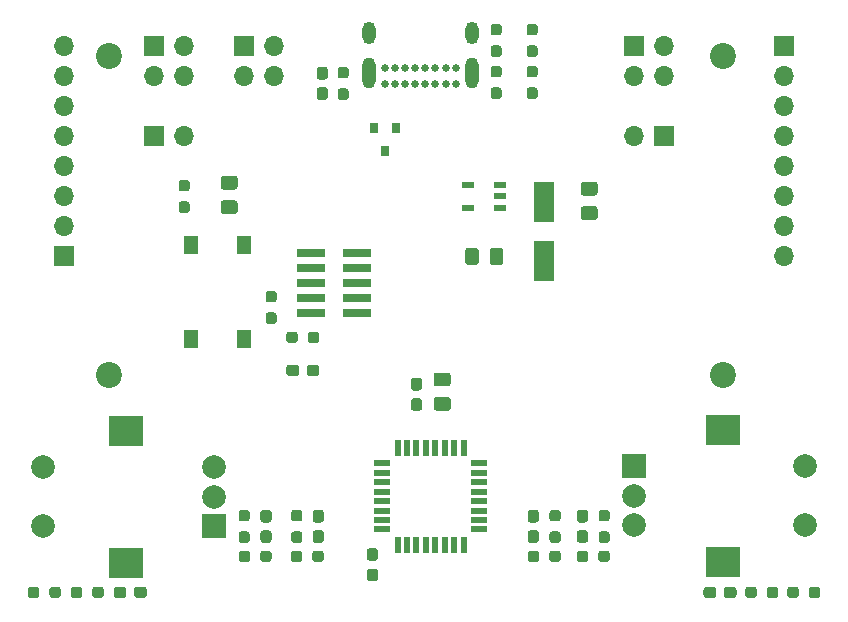
<source format=gts>
%TF.GenerationSoftware,KiCad,Pcbnew,5.1.12-84ad8e8a86~92~ubuntu21.04.1*%
%TF.CreationDate,2021-11-23T21:41:36+01:00*%
%TF.ProjectId,main,6d61696e-2e6b-4696-9361-645f70636258,rev?*%
%TF.SameCoordinates,Original*%
%TF.FileFunction,Soldermask,Top*%
%TF.FilePolarity,Negative*%
%FSLAX46Y46*%
G04 Gerber Fmt 4.6, Leading zero omitted, Abs format (unit mm)*
G04 Created by KiCad (PCBNEW 5.1.12-84ad8e8a86~92~ubuntu21.04.1) date 2021-11-23 21:41:36*
%MOMM*%
%LPD*%
G01*
G04 APERTURE LIST*
%ADD10C,2.200000*%
%ADD11R,2.400000X0.740000*%
%ADD12O,1.117600X2.616200*%
%ADD13O,1.117600X1.905000*%
%ADD14C,0.660400*%
%ADD15C,2.000000*%
%ADD16R,3.000000X2.500000*%
%ADD17R,2.000000X2.000000*%
%ADD18R,1.000001X0.599999*%
%ADD19O,1.700000X1.700000*%
%ADD20R,1.700000X1.700000*%
%ADD21R,0.508000X1.473200*%
%ADD22R,1.473200X0.508000*%
%ADD23R,1.300000X1.550000*%
%ADD24R,1.800000X3.500000*%
%ADD25R,0.800000X0.900000*%
G04 APERTURE END LIST*
D10*
%TO.C,REF\u002A\u002A*%
X147250000Y-149750000D03*
%TD*%
%TO.C,REF\u002A\u002A*%
X95250000Y-149750000D03*
%TD*%
%TO.C,REF\u002A\u002A*%
X95250000Y-122750000D03*
%TD*%
%TO.C,REF\u002A\u002A*%
X147250000Y-122750000D03*
%TD*%
D11*
%TO.C,J2*%
X112350000Y-139446000D03*
X116250000Y-139446000D03*
X112350000Y-140716000D03*
X116250000Y-140716000D03*
X112350000Y-141986000D03*
X116250000Y-141986000D03*
X112350000Y-143256000D03*
X116250000Y-143256000D03*
X112350000Y-144526000D03*
X116250000Y-144526000D03*
%TD*%
D12*
%TO.C,J4*%
X117276971Y-124140000D03*
X125926956Y-124139999D03*
D13*
X117276971Y-120755000D03*
X125926941Y-120755000D03*
D14*
X118626955Y-123770000D03*
X119476956Y-123770000D03*
X120326954Y-123770000D03*
X121176955Y-123770000D03*
X122026956Y-123770000D03*
X122876957Y-123770000D03*
X123726955Y-123770000D03*
X124576956Y-123770000D03*
X118626955Y-125120000D03*
X119476956Y-125120000D03*
X120326954Y-125120000D03*
X121176955Y-125120000D03*
X122026956Y-125120000D03*
X122876957Y-125120000D03*
X123726955Y-125120000D03*
X124576956Y-125120000D03*
%TD*%
D15*
%TO.C,SW3*%
X154200000Y-162480000D03*
X154200000Y-157480000D03*
D16*
X147200000Y-165580000D03*
X147200000Y-154380000D03*
D15*
X139700000Y-162480000D03*
X139700000Y-159980000D03*
D17*
X139700000Y-157480000D03*
%TD*%
%TO.C,R15*%
G36*
G01*
X133237500Y-162135000D02*
X132762500Y-162135000D01*
G75*
G02*
X132525000Y-161897500I0J237500D01*
G01*
X132525000Y-161397500D01*
G75*
G02*
X132762500Y-161160000I237500J0D01*
G01*
X133237500Y-161160000D01*
G75*
G02*
X133475000Y-161397500I0J-237500D01*
G01*
X133475000Y-161897500D01*
G75*
G02*
X133237500Y-162135000I-237500J0D01*
G01*
G37*
G36*
G01*
X133237500Y-163960000D02*
X132762500Y-163960000D01*
G75*
G02*
X132525000Y-163722500I0J237500D01*
G01*
X132525000Y-163222500D01*
G75*
G02*
X132762500Y-162985000I237500J0D01*
G01*
X133237500Y-162985000D01*
G75*
G02*
X133475000Y-163222500I0J-237500D01*
G01*
X133475000Y-163722500D01*
G75*
G02*
X133237500Y-163960000I-237500J0D01*
G01*
G37*
%TD*%
%TO.C,R14*%
G36*
G01*
X137397500Y-162135000D02*
X136922500Y-162135000D01*
G75*
G02*
X136685000Y-161897500I0J237500D01*
G01*
X136685000Y-161397500D01*
G75*
G02*
X136922500Y-161160000I237500J0D01*
G01*
X137397500Y-161160000D01*
G75*
G02*
X137635000Y-161397500I0J-237500D01*
G01*
X137635000Y-161897500D01*
G75*
G02*
X137397500Y-162135000I-237500J0D01*
G01*
G37*
G36*
G01*
X137397500Y-163960000D02*
X136922500Y-163960000D01*
G75*
G02*
X136685000Y-163722500I0J237500D01*
G01*
X136685000Y-163222500D01*
G75*
G02*
X136922500Y-162985000I237500J0D01*
G01*
X137397500Y-162985000D01*
G75*
G02*
X137635000Y-163222500I0J-237500D01*
G01*
X137635000Y-163722500D01*
G75*
G02*
X137397500Y-163960000I-237500J0D01*
G01*
G37*
%TD*%
D18*
%TO.C,U2*%
X125625001Y-135570001D03*
X125625001Y-133670002D03*
X128375001Y-133670002D03*
X128375001Y-134620000D03*
X128375001Y-135570001D03*
%TD*%
D19*
%TO.C,JP2*%
X101600000Y-129540000D03*
D20*
X99060000Y-129540000D03*
%TD*%
D19*
%TO.C,JP1*%
X139700000Y-129540000D03*
D20*
X142240000Y-129540000D03*
%TD*%
D21*
%TO.C,U1*%
X119668451Y-155901001D03*
X120468451Y-155901001D03*
X121268450Y-155901001D03*
X122068451Y-155901001D03*
X122868449Y-155901001D03*
X123668450Y-155901001D03*
X124468451Y-155901001D03*
X125268449Y-155901001D03*
D22*
X126587449Y-157220001D03*
X126587449Y-158020001D03*
X126587449Y-158820000D03*
X126587449Y-159620001D03*
X126587449Y-160419999D03*
X126587449Y-161220000D03*
X126587449Y-162020001D03*
X126587449Y-162819999D03*
D21*
X125268449Y-164138999D03*
X124468449Y-164138999D03*
X123668450Y-164138999D03*
X122868449Y-164138999D03*
X122068451Y-164138999D03*
X121268450Y-164138999D03*
X120468449Y-164138999D03*
X119668451Y-164138999D03*
D22*
X118349451Y-162819999D03*
X118349451Y-162019999D03*
X118349451Y-161220000D03*
X118349451Y-160419999D03*
X118349451Y-159620001D03*
X118349451Y-158820000D03*
X118349451Y-158019999D03*
X118349451Y-157220001D03*
%TD*%
D15*
%TO.C,SW2*%
X89640000Y-157560000D03*
X89640000Y-162560000D03*
D16*
X96640000Y-154460000D03*
X96640000Y-165660000D03*
D15*
X104140000Y-157560000D03*
X104140000Y-160060000D03*
D17*
X104140000Y-162560000D03*
%TD*%
D23*
%TO.C,SW1*%
X102144000Y-146723000D03*
X106644000Y-146723000D03*
X106644000Y-138773000D03*
X102144000Y-138773000D03*
%TD*%
%TO.C,R19*%
G36*
G01*
X154475000Y-168385500D02*
X154475000Y-167910500D01*
G75*
G02*
X154712500Y-167673000I237500J0D01*
G01*
X155212500Y-167673000D01*
G75*
G02*
X155450000Y-167910500I0J-237500D01*
G01*
X155450000Y-168385500D01*
G75*
G02*
X155212500Y-168623000I-237500J0D01*
G01*
X154712500Y-168623000D01*
G75*
G02*
X154475000Y-168385500I0J237500D01*
G01*
G37*
G36*
G01*
X152650000Y-168385500D02*
X152650000Y-167910500D01*
G75*
G02*
X152887500Y-167673000I237500J0D01*
G01*
X153387500Y-167673000D01*
G75*
G02*
X153625000Y-167910500I0J-237500D01*
G01*
X153625000Y-168385500D01*
G75*
G02*
X153387500Y-168623000I-237500J0D01*
G01*
X152887500Y-168623000D01*
G75*
G02*
X152650000Y-168385500I0J237500D01*
G01*
G37*
%TD*%
%TO.C,R18*%
G36*
G01*
X150082750Y-167910500D02*
X150082750Y-168385500D01*
G75*
G02*
X149845250Y-168623000I-237500J0D01*
G01*
X149345250Y-168623000D01*
G75*
G02*
X149107750Y-168385500I0J237500D01*
G01*
X149107750Y-167910500D01*
G75*
G02*
X149345250Y-167673000I237500J0D01*
G01*
X149845250Y-167673000D01*
G75*
G02*
X150082750Y-167910500I0J-237500D01*
G01*
G37*
G36*
G01*
X151907750Y-167910500D02*
X151907750Y-168385500D01*
G75*
G02*
X151670250Y-168623000I-237500J0D01*
G01*
X151170250Y-168623000D01*
G75*
G02*
X150932750Y-168385500I0J237500D01*
G01*
X150932750Y-167910500D01*
G75*
G02*
X151170250Y-167673000I237500J0D01*
G01*
X151670250Y-167673000D01*
G75*
G02*
X151907750Y-167910500I0J-237500D01*
G01*
G37*
%TD*%
%TO.C,R17*%
G36*
G01*
X132505000Y-165337500D02*
X132505000Y-164862500D01*
G75*
G02*
X132742500Y-164625000I237500J0D01*
G01*
X133242500Y-164625000D01*
G75*
G02*
X133480000Y-164862500I0J-237500D01*
G01*
X133480000Y-165337500D01*
G75*
G02*
X133242500Y-165575000I-237500J0D01*
G01*
X132742500Y-165575000D01*
G75*
G02*
X132505000Y-165337500I0J237500D01*
G01*
G37*
G36*
G01*
X130680000Y-165337500D02*
X130680000Y-164862500D01*
G75*
G02*
X130917500Y-164625000I237500J0D01*
G01*
X131417500Y-164625000D01*
G75*
G02*
X131655000Y-164862500I0J-237500D01*
G01*
X131655000Y-165337500D01*
G75*
G02*
X131417500Y-165575000I-237500J0D01*
G01*
X130917500Y-165575000D01*
G75*
G02*
X130680000Y-165337500I0J237500D01*
G01*
G37*
%TD*%
%TO.C,R16*%
G36*
G01*
X136665000Y-165337500D02*
X136665000Y-164862500D01*
G75*
G02*
X136902500Y-164625000I237500J0D01*
G01*
X137402500Y-164625000D01*
G75*
G02*
X137640000Y-164862500I0J-237500D01*
G01*
X137640000Y-165337500D01*
G75*
G02*
X137402500Y-165575000I-237500J0D01*
G01*
X136902500Y-165575000D01*
G75*
G02*
X136665000Y-165337500I0J237500D01*
G01*
G37*
G36*
G01*
X134840000Y-165337500D02*
X134840000Y-164862500D01*
G75*
G02*
X135077500Y-164625000I237500J0D01*
G01*
X135577500Y-164625000D01*
G75*
G02*
X135815000Y-164862500I0J-237500D01*
G01*
X135815000Y-165337500D01*
G75*
G02*
X135577500Y-165575000I-237500J0D01*
G01*
X135077500Y-165575000D01*
G75*
G02*
X134840000Y-165337500I0J237500D01*
G01*
G37*
%TD*%
%TO.C,R13*%
G36*
G01*
X89340500Y-167910500D02*
X89340500Y-168385500D01*
G75*
G02*
X89103000Y-168623000I-237500J0D01*
G01*
X88603000Y-168623000D01*
G75*
G02*
X88365500Y-168385500I0J237500D01*
G01*
X88365500Y-167910500D01*
G75*
G02*
X88603000Y-167673000I237500J0D01*
G01*
X89103000Y-167673000D01*
G75*
G02*
X89340500Y-167910500I0J-237500D01*
G01*
G37*
G36*
G01*
X91165500Y-167910500D02*
X91165500Y-168385500D01*
G75*
G02*
X90928000Y-168623000I-237500J0D01*
G01*
X90428000Y-168623000D01*
G75*
G02*
X90190500Y-168385500I0J237500D01*
G01*
X90190500Y-167910500D01*
G75*
G02*
X90428000Y-167673000I237500J0D01*
G01*
X90928000Y-167673000D01*
G75*
G02*
X91165500Y-167910500I0J-237500D01*
G01*
G37*
%TD*%
%TO.C,R12*%
G36*
G01*
X93821750Y-168385500D02*
X93821750Y-167910500D01*
G75*
G02*
X94059250Y-167673000I237500J0D01*
G01*
X94559250Y-167673000D01*
G75*
G02*
X94796750Y-167910500I0J-237500D01*
G01*
X94796750Y-168385500D01*
G75*
G02*
X94559250Y-168623000I-237500J0D01*
G01*
X94059250Y-168623000D01*
G75*
G02*
X93821750Y-168385500I0J237500D01*
G01*
G37*
G36*
G01*
X91996750Y-168385500D02*
X91996750Y-167910500D01*
G75*
G02*
X92234250Y-167673000I237500J0D01*
G01*
X92734250Y-167673000D01*
G75*
G02*
X92971750Y-167910500I0J-237500D01*
G01*
X92971750Y-168385500D01*
G75*
G02*
X92734250Y-168623000I-237500J0D01*
G01*
X92234250Y-168623000D01*
G75*
G02*
X91996750Y-168385500I0J237500D01*
G01*
G37*
%TD*%
%TO.C,R11*%
G36*
G01*
X107175000Y-164862500D02*
X107175000Y-165337500D01*
G75*
G02*
X106937500Y-165575000I-237500J0D01*
G01*
X106437500Y-165575000D01*
G75*
G02*
X106200000Y-165337500I0J237500D01*
G01*
X106200000Y-164862500D01*
G75*
G02*
X106437500Y-164625000I237500J0D01*
G01*
X106937500Y-164625000D01*
G75*
G02*
X107175000Y-164862500I0J-237500D01*
G01*
G37*
G36*
G01*
X109000000Y-164862500D02*
X109000000Y-165337500D01*
G75*
G02*
X108762500Y-165575000I-237500J0D01*
G01*
X108262500Y-165575000D01*
G75*
G02*
X108025000Y-165337500I0J237500D01*
G01*
X108025000Y-164862500D01*
G75*
G02*
X108262500Y-164625000I237500J0D01*
G01*
X108762500Y-164625000D01*
G75*
G02*
X109000000Y-164862500I0J-237500D01*
G01*
G37*
%TD*%
%TO.C,R10*%
G36*
G01*
X111600000Y-164862500D02*
X111600000Y-165337500D01*
G75*
G02*
X111362500Y-165575000I-237500J0D01*
G01*
X110862500Y-165575000D01*
G75*
G02*
X110625000Y-165337500I0J237500D01*
G01*
X110625000Y-164862500D01*
G75*
G02*
X110862500Y-164625000I237500J0D01*
G01*
X111362500Y-164625000D01*
G75*
G02*
X111600000Y-164862500I0J-237500D01*
G01*
G37*
G36*
G01*
X113425000Y-164862500D02*
X113425000Y-165337500D01*
G75*
G02*
X113187500Y-165575000I-237500J0D01*
G01*
X112687500Y-165575000D01*
G75*
G02*
X112450000Y-165337500I0J237500D01*
G01*
X112450000Y-164862500D01*
G75*
G02*
X112687500Y-164625000I237500J0D01*
G01*
X113187500Y-164625000D01*
G75*
G02*
X113425000Y-164862500I0J-237500D01*
G01*
G37*
%TD*%
%TO.C,R9*%
G36*
G01*
X106912500Y-162135000D02*
X106437500Y-162135000D01*
G75*
G02*
X106200000Y-161897500I0J237500D01*
G01*
X106200000Y-161397500D01*
G75*
G02*
X106437500Y-161160000I237500J0D01*
G01*
X106912500Y-161160000D01*
G75*
G02*
X107150000Y-161397500I0J-237500D01*
G01*
X107150000Y-161897500D01*
G75*
G02*
X106912500Y-162135000I-237500J0D01*
G01*
G37*
G36*
G01*
X106912500Y-163960000D02*
X106437500Y-163960000D01*
G75*
G02*
X106200000Y-163722500I0J237500D01*
G01*
X106200000Y-163222500D01*
G75*
G02*
X106437500Y-162985000I237500J0D01*
G01*
X106912500Y-162985000D01*
G75*
G02*
X107150000Y-163222500I0J-237500D01*
G01*
X107150000Y-163722500D01*
G75*
G02*
X106912500Y-163960000I-237500J0D01*
G01*
G37*
%TD*%
%TO.C,R8*%
G36*
G01*
X111362500Y-162135000D02*
X110887500Y-162135000D01*
G75*
G02*
X110650000Y-161897500I0J237500D01*
G01*
X110650000Y-161397500D01*
G75*
G02*
X110887500Y-161160000I237500J0D01*
G01*
X111362500Y-161160000D01*
G75*
G02*
X111600000Y-161397500I0J-237500D01*
G01*
X111600000Y-161897500D01*
G75*
G02*
X111362500Y-162135000I-237500J0D01*
G01*
G37*
G36*
G01*
X111362500Y-163960000D02*
X110887500Y-163960000D01*
G75*
G02*
X110650000Y-163722500I0J237500D01*
G01*
X110650000Y-163222500D01*
G75*
G02*
X110887500Y-162985000I237500J0D01*
G01*
X111362500Y-162985000D01*
G75*
G02*
X111600000Y-163222500I0J-237500D01*
G01*
X111600000Y-163722500D01*
G75*
G02*
X111362500Y-163960000I-237500J0D01*
G01*
G37*
%TD*%
%TO.C,R7*%
G36*
G01*
X128253500Y-124543000D02*
X127778500Y-124543000D01*
G75*
G02*
X127541000Y-124305500I0J237500D01*
G01*
X127541000Y-123805500D01*
G75*
G02*
X127778500Y-123568000I237500J0D01*
G01*
X128253500Y-123568000D01*
G75*
G02*
X128491000Y-123805500I0J-237500D01*
G01*
X128491000Y-124305500D01*
G75*
G02*
X128253500Y-124543000I-237500J0D01*
G01*
G37*
G36*
G01*
X128253500Y-126368000D02*
X127778500Y-126368000D01*
G75*
G02*
X127541000Y-126130500I0J237500D01*
G01*
X127541000Y-125630500D01*
G75*
G02*
X127778500Y-125393000I237500J0D01*
G01*
X128253500Y-125393000D01*
G75*
G02*
X128491000Y-125630500I0J-237500D01*
G01*
X128491000Y-126130500D01*
G75*
G02*
X128253500Y-126368000I-237500J0D01*
G01*
G37*
%TD*%
%TO.C,R6*%
G36*
G01*
X131301500Y-124543000D02*
X130826500Y-124543000D01*
G75*
G02*
X130589000Y-124305500I0J237500D01*
G01*
X130589000Y-123805500D01*
G75*
G02*
X130826500Y-123568000I237500J0D01*
G01*
X131301500Y-123568000D01*
G75*
G02*
X131539000Y-123805500I0J-237500D01*
G01*
X131539000Y-124305500D01*
G75*
G02*
X131301500Y-124543000I-237500J0D01*
G01*
G37*
G36*
G01*
X131301500Y-126368000D02*
X130826500Y-126368000D01*
G75*
G02*
X130589000Y-126130500I0J237500D01*
G01*
X130589000Y-125630500D01*
G75*
G02*
X130826500Y-125393000I237500J0D01*
G01*
X131301500Y-125393000D01*
G75*
G02*
X131539000Y-125630500I0J-237500D01*
G01*
X131539000Y-126130500D01*
G75*
G02*
X131301500Y-126368000I-237500J0D01*
G01*
G37*
%TD*%
%TO.C,R5*%
G36*
G01*
X128253500Y-120987000D02*
X127778500Y-120987000D01*
G75*
G02*
X127541000Y-120749500I0J237500D01*
G01*
X127541000Y-120249500D01*
G75*
G02*
X127778500Y-120012000I237500J0D01*
G01*
X128253500Y-120012000D01*
G75*
G02*
X128491000Y-120249500I0J-237500D01*
G01*
X128491000Y-120749500D01*
G75*
G02*
X128253500Y-120987000I-237500J0D01*
G01*
G37*
G36*
G01*
X128253500Y-122812000D02*
X127778500Y-122812000D01*
G75*
G02*
X127541000Y-122574500I0J237500D01*
G01*
X127541000Y-122074500D01*
G75*
G02*
X127778500Y-121837000I237500J0D01*
G01*
X128253500Y-121837000D01*
G75*
G02*
X128491000Y-122074500I0J-237500D01*
G01*
X128491000Y-122574500D01*
G75*
G02*
X128253500Y-122812000I-237500J0D01*
G01*
G37*
%TD*%
%TO.C,R4*%
G36*
G01*
X131301500Y-120987000D02*
X130826500Y-120987000D01*
G75*
G02*
X130589000Y-120749500I0J237500D01*
G01*
X130589000Y-120249500D01*
G75*
G02*
X130826500Y-120012000I237500J0D01*
G01*
X131301500Y-120012000D01*
G75*
G02*
X131539000Y-120249500I0J-237500D01*
G01*
X131539000Y-120749500D01*
G75*
G02*
X131301500Y-120987000I-237500J0D01*
G01*
G37*
G36*
G01*
X131301500Y-122812000D02*
X130826500Y-122812000D01*
G75*
G02*
X130589000Y-122574500I0J237500D01*
G01*
X130589000Y-122074500D01*
G75*
G02*
X130826500Y-121837000I237500J0D01*
G01*
X131301500Y-121837000D01*
G75*
G02*
X131539000Y-122074500I0J-237500D01*
G01*
X131539000Y-122574500D01*
G75*
G02*
X131301500Y-122812000I-237500J0D01*
G01*
G37*
%TD*%
%TO.C,R3*%
G36*
G01*
X114824500Y-125477500D02*
X115299500Y-125477500D01*
G75*
G02*
X115537000Y-125715000I0J-237500D01*
G01*
X115537000Y-126215000D01*
G75*
G02*
X115299500Y-126452500I-237500J0D01*
G01*
X114824500Y-126452500D01*
G75*
G02*
X114587000Y-126215000I0J237500D01*
G01*
X114587000Y-125715000D01*
G75*
G02*
X114824500Y-125477500I237500J0D01*
G01*
G37*
G36*
G01*
X114824500Y-123652500D02*
X115299500Y-123652500D01*
G75*
G02*
X115537000Y-123890000I0J-237500D01*
G01*
X115537000Y-124390000D01*
G75*
G02*
X115299500Y-124627500I-237500J0D01*
G01*
X114824500Y-124627500D01*
G75*
G02*
X114587000Y-124390000I0J237500D01*
G01*
X114587000Y-123890000D01*
G75*
G02*
X114824500Y-123652500I237500J0D01*
G01*
G37*
%TD*%
%TO.C,R2*%
G36*
G01*
X112075000Y-146795500D02*
X112075000Y-146320500D01*
G75*
G02*
X112312500Y-146083000I237500J0D01*
G01*
X112812500Y-146083000D01*
G75*
G02*
X113050000Y-146320500I0J-237500D01*
G01*
X113050000Y-146795500D01*
G75*
G02*
X112812500Y-147033000I-237500J0D01*
G01*
X112312500Y-147033000D01*
G75*
G02*
X112075000Y-146795500I0J237500D01*
G01*
G37*
G36*
G01*
X110250000Y-146795500D02*
X110250000Y-146320500D01*
G75*
G02*
X110487500Y-146083000I237500J0D01*
G01*
X110987500Y-146083000D01*
G75*
G02*
X111225000Y-146320500I0J-237500D01*
G01*
X111225000Y-146795500D01*
G75*
G02*
X110987500Y-147033000I-237500J0D01*
G01*
X110487500Y-147033000D01*
G75*
G02*
X110250000Y-146795500I0J237500D01*
G01*
G37*
%TD*%
%TO.C,R1*%
G36*
G01*
X109203500Y-143593000D02*
X108728500Y-143593000D01*
G75*
G02*
X108491000Y-143355500I0J237500D01*
G01*
X108491000Y-142855500D01*
G75*
G02*
X108728500Y-142618000I237500J0D01*
G01*
X109203500Y-142618000D01*
G75*
G02*
X109441000Y-142855500I0J-237500D01*
G01*
X109441000Y-143355500D01*
G75*
G02*
X109203500Y-143593000I-237500J0D01*
G01*
G37*
G36*
G01*
X109203500Y-145418000D02*
X108728500Y-145418000D01*
G75*
G02*
X108491000Y-145180500I0J237500D01*
G01*
X108491000Y-144680500D01*
G75*
G02*
X108728500Y-144443000I237500J0D01*
G01*
X109203500Y-144443000D01*
G75*
G02*
X109441000Y-144680500I0J-237500D01*
G01*
X109441000Y-145180500D01*
G75*
G02*
X109203500Y-145418000I-237500J0D01*
G01*
G37*
%TD*%
D19*
%TO.C,J7*%
X109220000Y-124460000D03*
X106680000Y-124460000D03*
X109220000Y-121920000D03*
D20*
X106680000Y-121920000D03*
%TD*%
D19*
%TO.C,J6*%
X101600000Y-124460000D03*
X99060000Y-124460000D03*
X101600000Y-121920000D03*
D20*
X99060000Y-121920000D03*
%TD*%
D19*
%TO.C,J5*%
X142240000Y-124460000D03*
X139700000Y-124460000D03*
X142240000Y-121920000D03*
D20*
X139700000Y-121920000D03*
%TD*%
D19*
%TO.C,J3*%
X152400000Y-139700000D03*
X152400000Y-137160000D03*
X152400000Y-134620000D03*
X152400000Y-132080000D03*
X152400000Y-129540000D03*
X152400000Y-127000000D03*
X152400000Y-124460000D03*
D20*
X152400000Y-121920000D03*
%TD*%
D19*
%TO.C,J1*%
X91440000Y-121920000D03*
X91440000Y-124460000D03*
X91440000Y-127000000D03*
X91440000Y-129540000D03*
X91440000Y-132080000D03*
X91440000Y-134620000D03*
X91440000Y-137160000D03*
D20*
X91440000Y-139700000D03*
%TD*%
%TO.C,FB1*%
G36*
G01*
X101837500Y-134195000D02*
X101362500Y-134195000D01*
G75*
G02*
X101125000Y-133957500I0J237500D01*
G01*
X101125000Y-133457500D01*
G75*
G02*
X101362500Y-133220000I237500J0D01*
G01*
X101837500Y-133220000D01*
G75*
G02*
X102075000Y-133457500I0J-237500D01*
G01*
X102075000Y-133957500D01*
G75*
G02*
X101837500Y-134195000I-237500J0D01*
G01*
G37*
G36*
G01*
X101837500Y-136020000D02*
X101362500Y-136020000D01*
G75*
G02*
X101125000Y-135782500I0J237500D01*
G01*
X101125000Y-135282500D01*
G75*
G02*
X101362500Y-135045000I237500J0D01*
G01*
X101837500Y-135045000D01*
G75*
G02*
X102075000Y-135282500I0J-237500D01*
G01*
X102075000Y-135782500D01*
G75*
G02*
X101837500Y-136020000I-237500J0D01*
G01*
G37*
%TD*%
D24*
%TO.C,D2*%
X132080000Y-140120003D03*
X132080000Y-135120003D03*
%TD*%
D25*
%TO.C,D1*%
X118594390Y-130794000D03*
X117644390Y-128794000D03*
X119544390Y-128794000D03*
%TD*%
%TO.C,C14*%
G36*
G01*
X146640500Y-167910500D02*
X146640500Y-168385500D01*
G75*
G02*
X146403000Y-168623000I-237500J0D01*
G01*
X145803000Y-168623000D01*
G75*
G02*
X145565500Y-168385500I0J237500D01*
G01*
X145565500Y-167910500D01*
G75*
G02*
X145803000Y-167673000I237500J0D01*
G01*
X146403000Y-167673000D01*
G75*
G02*
X146640500Y-167910500I0J-237500D01*
G01*
G37*
G36*
G01*
X148365500Y-167910500D02*
X148365500Y-168385500D01*
G75*
G02*
X148128000Y-168623000I-237500J0D01*
G01*
X147528000Y-168623000D01*
G75*
G02*
X147290500Y-168385500I0J237500D01*
G01*
X147290500Y-167910500D01*
G75*
G02*
X147528000Y-167673000I237500J0D01*
G01*
X148128000Y-167673000D01*
G75*
G02*
X148365500Y-167910500I0J-237500D01*
G01*
G37*
%TD*%
%TO.C,C13*%
G36*
G01*
X131397500Y-162235000D02*
X130922500Y-162235000D01*
G75*
G02*
X130685000Y-161997500I0J237500D01*
G01*
X130685000Y-161397500D01*
G75*
G02*
X130922500Y-161160000I237500J0D01*
G01*
X131397500Y-161160000D01*
G75*
G02*
X131635000Y-161397500I0J-237500D01*
G01*
X131635000Y-161997500D01*
G75*
G02*
X131397500Y-162235000I-237500J0D01*
G01*
G37*
G36*
G01*
X131397500Y-163960000D02*
X130922500Y-163960000D01*
G75*
G02*
X130685000Y-163722500I0J237500D01*
G01*
X130685000Y-163122500D01*
G75*
G02*
X130922500Y-162885000I237500J0D01*
G01*
X131397500Y-162885000D01*
G75*
G02*
X131635000Y-163122500I0J-237500D01*
G01*
X131635000Y-163722500D01*
G75*
G02*
X131397500Y-163960000I-237500J0D01*
G01*
G37*
%TD*%
%TO.C,C12*%
G36*
G01*
X135557500Y-162235000D02*
X135082500Y-162235000D01*
G75*
G02*
X134845000Y-161997500I0J237500D01*
G01*
X134845000Y-161397500D01*
G75*
G02*
X135082500Y-161160000I237500J0D01*
G01*
X135557500Y-161160000D01*
G75*
G02*
X135795000Y-161397500I0J-237500D01*
G01*
X135795000Y-161997500D01*
G75*
G02*
X135557500Y-162235000I-237500J0D01*
G01*
G37*
G36*
G01*
X135557500Y-163960000D02*
X135082500Y-163960000D01*
G75*
G02*
X134845000Y-163722500I0J237500D01*
G01*
X134845000Y-163122500D01*
G75*
G02*
X135082500Y-162885000I237500J0D01*
G01*
X135557500Y-162885000D01*
G75*
G02*
X135795000Y-163122500I0J-237500D01*
G01*
X135795000Y-163722500D01*
G75*
G02*
X135557500Y-163960000I-237500J0D01*
G01*
G37*
%TD*%
%TO.C,C11*%
G36*
G01*
X97353000Y-168385500D02*
X97353000Y-167910500D01*
G75*
G02*
X97590500Y-167673000I237500J0D01*
G01*
X98190500Y-167673000D01*
G75*
G02*
X98428000Y-167910500I0J-237500D01*
G01*
X98428000Y-168385500D01*
G75*
G02*
X98190500Y-168623000I-237500J0D01*
G01*
X97590500Y-168623000D01*
G75*
G02*
X97353000Y-168385500I0J237500D01*
G01*
G37*
G36*
G01*
X95628000Y-168385500D02*
X95628000Y-167910500D01*
G75*
G02*
X95865500Y-167673000I237500J0D01*
G01*
X96465500Y-167673000D01*
G75*
G02*
X96703000Y-167910500I0J-237500D01*
G01*
X96703000Y-168385500D01*
G75*
G02*
X96465500Y-168623000I-237500J0D01*
G01*
X95865500Y-168623000D01*
G75*
G02*
X95628000Y-168385500I0J237500D01*
G01*
G37*
%TD*%
%TO.C,C10*%
G36*
G01*
X108762500Y-162235000D02*
X108287500Y-162235000D01*
G75*
G02*
X108050000Y-161997500I0J237500D01*
G01*
X108050000Y-161397500D01*
G75*
G02*
X108287500Y-161160000I237500J0D01*
G01*
X108762500Y-161160000D01*
G75*
G02*
X109000000Y-161397500I0J-237500D01*
G01*
X109000000Y-161997500D01*
G75*
G02*
X108762500Y-162235000I-237500J0D01*
G01*
G37*
G36*
G01*
X108762500Y-163960000D02*
X108287500Y-163960000D01*
G75*
G02*
X108050000Y-163722500I0J237500D01*
G01*
X108050000Y-163122500D01*
G75*
G02*
X108287500Y-162885000I237500J0D01*
G01*
X108762500Y-162885000D01*
G75*
G02*
X109000000Y-163122500I0J-237500D01*
G01*
X109000000Y-163722500D01*
G75*
G02*
X108762500Y-163960000I-237500J0D01*
G01*
G37*
%TD*%
%TO.C,C9*%
G36*
G01*
X113187500Y-162235000D02*
X112712500Y-162235000D01*
G75*
G02*
X112475000Y-161997500I0J237500D01*
G01*
X112475000Y-161397500D01*
G75*
G02*
X112712500Y-161160000I237500J0D01*
G01*
X113187500Y-161160000D01*
G75*
G02*
X113425000Y-161397500I0J-237500D01*
G01*
X113425000Y-161997500D01*
G75*
G02*
X113187500Y-162235000I-237500J0D01*
G01*
G37*
G36*
G01*
X113187500Y-163960000D02*
X112712500Y-163960000D01*
G75*
G02*
X112475000Y-163722500I0J237500D01*
G01*
X112475000Y-163122500D01*
G75*
G02*
X112712500Y-162885000I237500J0D01*
G01*
X113187500Y-162885000D01*
G75*
G02*
X113425000Y-163122500I0J-237500D01*
G01*
X113425000Y-163722500D01*
G75*
G02*
X113187500Y-163960000I-237500J0D01*
G01*
G37*
%TD*%
%TO.C,C8*%
G36*
G01*
X126550000Y-139225000D02*
X126550000Y-140175000D01*
G75*
G02*
X126300000Y-140425000I-250000J0D01*
G01*
X125625000Y-140425000D01*
G75*
G02*
X125375000Y-140175000I0J250000D01*
G01*
X125375000Y-139225000D01*
G75*
G02*
X125625000Y-138975000I250000J0D01*
G01*
X126300000Y-138975000D01*
G75*
G02*
X126550000Y-139225000I0J-250000D01*
G01*
G37*
G36*
G01*
X128625000Y-139225000D02*
X128625000Y-140175000D01*
G75*
G02*
X128375000Y-140425000I-250000J0D01*
G01*
X127700000Y-140425000D01*
G75*
G02*
X127450000Y-140175000I0J250000D01*
G01*
X127450000Y-139225000D01*
G75*
G02*
X127700000Y-138975000I250000J0D01*
G01*
X128375000Y-138975000D01*
G75*
G02*
X128625000Y-139225000I0J-250000D01*
G01*
G37*
%TD*%
%TO.C,C7*%
G36*
G01*
X105885000Y-134045000D02*
X104935000Y-134045000D01*
G75*
G02*
X104685000Y-133795000I0J250000D01*
G01*
X104685000Y-133120000D01*
G75*
G02*
X104935000Y-132870000I250000J0D01*
G01*
X105885000Y-132870000D01*
G75*
G02*
X106135000Y-133120000I0J-250000D01*
G01*
X106135000Y-133795000D01*
G75*
G02*
X105885000Y-134045000I-250000J0D01*
G01*
G37*
G36*
G01*
X105885000Y-136120000D02*
X104935000Y-136120000D01*
G75*
G02*
X104685000Y-135870000I0J250000D01*
G01*
X104685000Y-135195000D01*
G75*
G02*
X104935000Y-134945000I250000J0D01*
G01*
X105885000Y-134945000D01*
G75*
G02*
X106135000Y-135195000I0J-250000D01*
G01*
X106135000Y-135870000D01*
G75*
G02*
X105885000Y-136120000I-250000J0D01*
G01*
G37*
%TD*%
%TO.C,C6*%
G36*
G01*
X136365000Y-134545003D02*
X135415000Y-134545003D01*
G75*
G02*
X135165000Y-134295003I0J250000D01*
G01*
X135165000Y-133620003D01*
G75*
G02*
X135415000Y-133370003I250000J0D01*
G01*
X136365000Y-133370003D01*
G75*
G02*
X136615000Y-133620003I0J-250000D01*
G01*
X136615000Y-134295003D01*
G75*
G02*
X136365000Y-134545003I-250000J0D01*
G01*
G37*
G36*
G01*
X136365000Y-136620003D02*
X135415000Y-136620003D01*
G75*
G02*
X135165000Y-136370003I0J250000D01*
G01*
X135165000Y-135695003D01*
G75*
G02*
X135415000Y-135445003I250000J0D01*
G01*
X136365000Y-135445003D01*
G75*
G02*
X136615000Y-135695003I0J-250000D01*
G01*
X136615000Y-136370003D01*
G75*
G02*
X136365000Y-136620003I-250000J0D01*
G01*
G37*
%TD*%
%TO.C,C5*%
G36*
G01*
X113530501Y-124727500D02*
X113055501Y-124727500D01*
G75*
G02*
X112818001Y-124490000I0J237500D01*
G01*
X112818001Y-123890000D01*
G75*
G02*
X113055501Y-123652500I237500J0D01*
G01*
X113530501Y-123652500D01*
G75*
G02*
X113768001Y-123890000I0J-237500D01*
G01*
X113768001Y-124490000D01*
G75*
G02*
X113530501Y-124727500I-237500J0D01*
G01*
G37*
G36*
G01*
X113530501Y-126452500D02*
X113055501Y-126452500D01*
G75*
G02*
X112818001Y-126215000I0J237500D01*
G01*
X112818001Y-125615000D01*
G75*
G02*
X113055501Y-125377500I237500J0D01*
G01*
X113530501Y-125377500D01*
G75*
G02*
X113768001Y-125615000I0J-237500D01*
G01*
X113768001Y-126215000D01*
G75*
G02*
X113530501Y-126452500I-237500J0D01*
G01*
G37*
%TD*%
%TO.C,C4*%
G36*
G01*
X121505950Y-151059000D02*
X121030950Y-151059000D01*
G75*
G02*
X120793450Y-150821500I0J237500D01*
G01*
X120793450Y-150221500D01*
G75*
G02*
X121030950Y-149984000I237500J0D01*
G01*
X121505950Y-149984000D01*
G75*
G02*
X121743450Y-150221500I0J-237500D01*
G01*
X121743450Y-150821500D01*
G75*
G02*
X121505950Y-151059000I-237500J0D01*
G01*
G37*
G36*
G01*
X121505950Y-152784000D02*
X121030950Y-152784000D01*
G75*
G02*
X120793450Y-152546500I0J237500D01*
G01*
X120793450Y-151946500D01*
G75*
G02*
X121030950Y-151709000I237500J0D01*
G01*
X121505950Y-151709000D01*
G75*
G02*
X121743450Y-151946500I0J-237500D01*
G01*
X121743450Y-152546500D01*
G75*
G02*
X121505950Y-152784000I-237500J0D01*
G01*
G37*
%TD*%
%TO.C,C3*%
G36*
G01*
X123919000Y-150704000D02*
X122969000Y-150704000D01*
G75*
G02*
X122719000Y-150454000I0J250000D01*
G01*
X122719000Y-149779000D01*
G75*
G02*
X122969000Y-149529000I250000J0D01*
G01*
X123919000Y-149529000D01*
G75*
G02*
X124169000Y-149779000I0J-250000D01*
G01*
X124169000Y-150454000D01*
G75*
G02*
X123919000Y-150704000I-250000J0D01*
G01*
G37*
G36*
G01*
X123919000Y-152779000D02*
X122969000Y-152779000D01*
G75*
G02*
X122719000Y-152529000I0J250000D01*
G01*
X122719000Y-151854000D01*
G75*
G02*
X122969000Y-151604000I250000J0D01*
G01*
X123919000Y-151604000D01*
G75*
G02*
X124169000Y-151854000I0J-250000D01*
G01*
X124169000Y-152529000D01*
G75*
G02*
X123919000Y-152779000I-250000J0D01*
G01*
G37*
%TD*%
%TO.C,C2*%
G36*
G01*
X111975000Y-149589500D02*
X111975000Y-149114500D01*
G75*
G02*
X112212500Y-148877000I237500J0D01*
G01*
X112812500Y-148877000D01*
G75*
G02*
X113050000Y-149114500I0J-237500D01*
G01*
X113050000Y-149589500D01*
G75*
G02*
X112812500Y-149827000I-237500J0D01*
G01*
X112212500Y-149827000D01*
G75*
G02*
X111975000Y-149589500I0J237500D01*
G01*
G37*
G36*
G01*
X110250000Y-149589500D02*
X110250000Y-149114500D01*
G75*
G02*
X110487500Y-148877000I237500J0D01*
G01*
X111087500Y-148877000D01*
G75*
G02*
X111325000Y-149114500I0J-237500D01*
G01*
X111325000Y-149589500D01*
G75*
G02*
X111087500Y-149827000I-237500J0D01*
G01*
X110487500Y-149827000D01*
G75*
G02*
X110250000Y-149589500I0J237500D01*
G01*
G37*
%TD*%
%TO.C,C1*%
G36*
G01*
X117301000Y-166123500D02*
X117776000Y-166123500D01*
G75*
G02*
X118013500Y-166361000I0J-237500D01*
G01*
X118013500Y-166961000D01*
G75*
G02*
X117776000Y-167198500I-237500J0D01*
G01*
X117301000Y-167198500D01*
G75*
G02*
X117063500Y-166961000I0J237500D01*
G01*
X117063500Y-166361000D01*
G75*
G02*
X117301000Y-166123500I237500J0D01*
G01*
G37*
G36*
G01*
X117301000Y-164398500D02*
X117776000Y-164398500D01*
G75*
G02*
X118013500Y-164636000I0J-237500D01*
G01*
X118013500Y-165236000D01*
G75*
G02*
X117776000Y-165473500I-237500J0D01*
G01*
X117301000Y-165473500D01*
G75*
G02*
X117063500Y-165236000I0J237500D01*
G01*
X117063500Y-164636000D01*
G75*
G02*
X117301000Y-164398500I237500J0D01*
G01*
G37*
%TD*%
M02*

</source>
